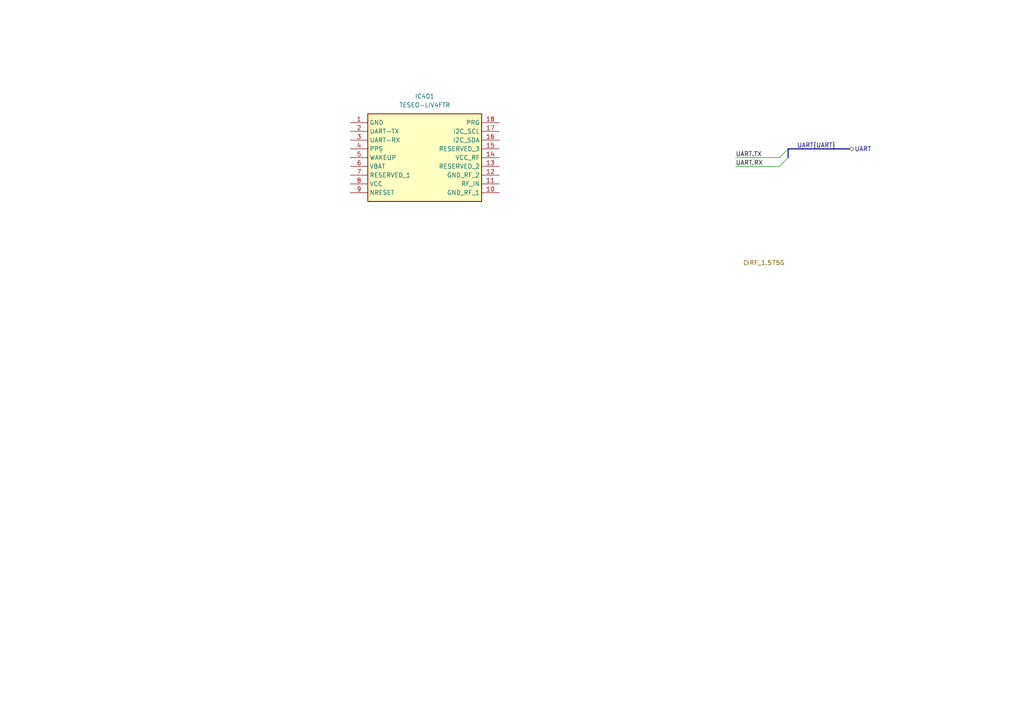
<source format=kicad_sch>
(kicad_sch (version 20230121) (generator eeschema)
  (paper "A4")
  (lib_symbols
    (symbol "TESEO-LIV4FTR:TESEO-LIV4FTR"
      (property "Reference" "IC" (at 39.37 7.62 0))
      (property "Value" "TESEO-LIV4FTR" (at 39.37 5.08 0))
      (symbol "TESEO-LIV4FTR_1_1"
        (rectangle (start 5.08 2.54) (end 38.1 -22.86) (stroke (width 0.254)) (fill (type background)))
        (pin passive line (at 0 0 0) (length 5.08) (name "GND") (number "1"))
        (pin passive line (at 43.18 -20.32 180) (length 5.08) (name "GND_RF_1") (number "10"))
        (pin passive line (at 43.18 -17.78 180) (length 5.08) (name "RF_IN") (number "11"))
        (pin passive line (at 43.18 -15.24 180) (length 5.08) (name "GND_RF_2") (number "12"))
        (pin passive line (at 43.18 -12.7 180) (length 5.08) (name "RESERVED_2") (number "13"))
        (pin passive line (at 43.18 -10.16 180) (length 5.08) (name "VCC_RF") (number "14"))
        (pin passive line (at 43.18 -7.62 180) (length 5.08) (name "RESERVED_3") (number "15"))
        (pin passive line (at 43.18 -5.08 180) (length 5.08) (name "I2C_SDA") (number "16"))
        (pin passive line (at 43.18 -2.54 180) (length 5.08) (name "I2C_SCL") (number "17"))
        (pin passive line (at 43.18 0 180) (length 5.08) (name "PRG") (number "18"))
        (pin passive line (at 0 -2.54 0) (length 5.08) (name "UART-TX") (number "2"))
        (pin passive line (at 0 -5.08 0) (length 5.08) (name "UART-RX") (number "3"))
        (pin passive line (at 0 -7.62 0) (length 5.08) (name "PPS") (number "4"))
        (pin passive line (at 0 -10.16 0) (length 5.08) (name "WAKEUP") (number "5"))
        (pin passive line (at 0 -12.7 0) (length 5.08) (name "VBAT") (number "6"))
        (pin passive line (at 0 -15.24 0) (length 5.08) (name "RESERVED_1") (number "7"))
        (pin passive line (at 0 -17.78 0) (length 5.08) (name "VCC") (number "8"))
        (pin passive line (at 0 -20.32 0) (length 5.08) (name "NRESET") (number "9"))
      )
    )
  )
  (bus_entry (at 228.6 43.18) (size -2.54 2.54))
  (bus_entry (at 228.6 45.72) (size -2.54 2.54))
  (bus (pts (xy 228.6 43.18) (xy 246.38 43.18)))
  (bus (pts (xy 228.6 43.18) (xy 228.6 45.72)))
  (wire (pts (xy 213.36 48.26) (xy 226.06 48.26)))
  (wire (pts (xy 213.36 45.72) (xy 226.06 45.72)))
  (label "UART{UART}" (at 231.14 43.18 0))
  (label "UART.TX" (at 213.36 45.72 0))
  (label "UART.RX" (at 213.36 48.26 0))
  (hierarchical_label "RF_1.575G" (shape output) (at 215.9 76.2 0))
  (hierarchical_label "UART" (shape bidirectional) (at 246.38 43.18 0) (property "DSI" "DSI" (effects hide)))
  (symbol (lib_id "TESEO-LIV4FTR:TESEO-LIV4FTR") (at 101.6 35.56 0) (unit 1)
    (property "Reference" "IC401" (at 123.19 27.94 0))
    (property "Value" "TESEO-LIV4FTR" (at 123.19 30.48 0))
    (property "Footprint" "TESEOLIV4FTR" (effects hide))
    (property "Datasheet" "https://www.st.com/resource/en/datasheet/teseo-liv4f.pdf" (effects hide))
    (property "Height" "2.3" (effects hide))
    (property "Mouser Part Number" "511-TESEO-LIV4FTR" (effects hide))
    (property "Mouser Price/Stock" "https://www.mouser.co.uk/ProductDetail/STMicroelectronics/TESEO-LIV4FTR?qs=By6Nw2ByBD3%252BjjBvGBu5LQ%3D%3D" (effects hide))
    (property "Manufacturer_Name" "STMicroelectronics" (effects hide))
    (property "Manufacturer_Part_Number" "TESEO-LIV4FTR" (effects hide))
  )
)
</source>
